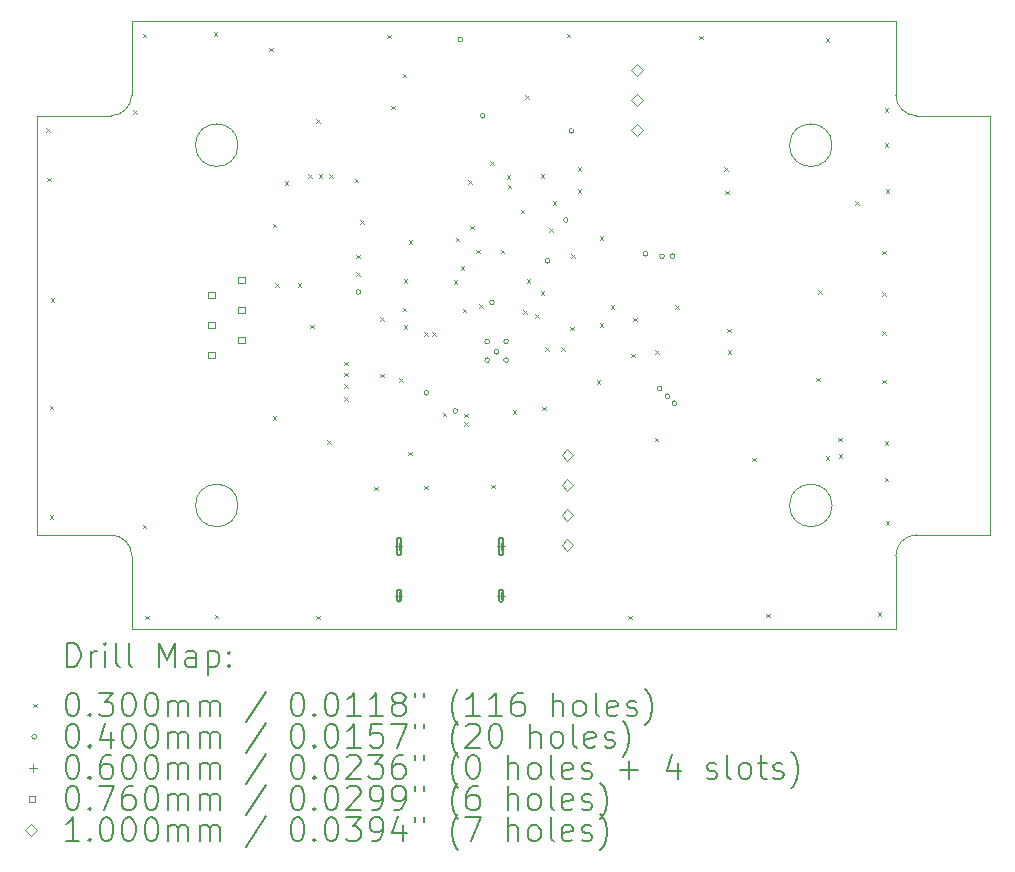
<source format=gbr>
%FSLAX45Y45*%
G04 Gerber Fmt 4.5, Leading zero omitted, Abs format (unit mm)*
G04 Created by KiCad (PCBNEW 5.99.0-unknown-4e273827f0~131~ubuntu20.04.1) date 2021-08-17 12:47:08*
%MOMM*%
%LPD*%
G01*
G04 APERTURE LIST*
%TA.AperFunction,Profile*%
%ADD10C,0.100000*%
%TD*%
%ADD11C,0.200000*%
%ADD12C,0.030000*%
%ADD13C,0.040000*%
%ADD14C,0.060000*%
%ADD15C,0.076000*%
%ADD16C,0.100000*%
G04 APERTURE END LIST*
D10*
X9910000Y-12595000D02*
X9910000Y-13220000D01*
X4340000Y-9120000D02*
G75*
G03*
X4340000Y-9120000I-180000J0D01*
G01*
X4340000Y-12170000D02*
G75*
G03*
X4340000Y-12170000I-180000J0D01*
G01*
X3265000Y-12420000D02*
G75*
G02*
X3440000Y-12595000I0J-175000D01*
G01*
X9910000Y-13220000D02*
X3440000Y-13220000D01*
X10710000Y-8870000D02*
X10710000Y-12420000D01*
X3440000Y-13220000D02*
X3440000Y-12595000D01*
X9910000Y-12595000D02*
G75*
G02*
X10085000Y-12420000I175000J0D01*
G01*
X9910000Y-8070000D02*
X9910000Y-8695000D01*
X2640000Y-8870000D02*
X3265000Y-8870000D01*
X3440000Y-8695000D02*
X3440000Y-8070000D01*
X10085000Y-8870000D02*
G75*
G02*
X9910000Y-8695000I0J175000D01*
G01*
X3440000Y-8070000D02*
X9910000Y-8070000D01*
X3440000Y-8695000D02*
G75*
G02*
X3265000Y-8870000I-175000J0D01*
G01*
X9370000Y-9120000D02*
G75*
G03*
X9370000Y-9120000I-180000J0D01*
G01*
X10085000Y-8870000D02*
X10710000Y-8870000D01*
X10710000Y-12420000D02*
X10085000Y-12420000D01*
X2640000Y-12420000D02*
X2640000Y-8870000D01*
X3265000Y-12420000D02*
X2640000Y-12420000D01*
X9370000Y-12170000D02*
G75*
G03*
X9370000Y-12170000I-180000J0D01*
G01*
D11*
D12*
X2715000Y-8975000D02*
X2745000Y-9005000D01*
X2745000Y-8975000D02*
X2715000Y-9005000D01*
X2725000Y-9395000D02*
X2755000Y-9425000D01*
X2755000Y-9395000D02*
X2725000Y-9425000D01*
X2745000Y-11325000D02*
X2775000Y-11355000D01*
X2775000Y-11325000D02*
X2745000Y-11355000D01*
X2745000Y-12255000D02*
X2775000Y-12285000D01*
X2775000Y-12255000D02*
X2745000Y-12285000D01*
X2755000Y-10415000D02*
X2785000Y-10445000D01*
X2785000Y-10415000D02*
X2755000Y-10445000D01*
X3455000Y-8825000D02*
X3485000Y-8855000D01*
X3485000Y-8825000D02*
X3455000Y-8855000D01*
X3535000Y-8175000D02*
X3565000Y-8205000D01*
X3565000Y-8175000D02*
X3535000Y-8205000D01*
X3535000Y-12335000D02*
X3565000Y-12365000D01*
X3565000Y-12335000D02*
X3535000Y-12365000D01*
X3555000Y-13105000D02*
X3585000Y-13135000D01*
X3585000Y-13105000D02*
X3555000Y-13135000D01*
X4135000Y-8165000D02*
X4165000Y-8195000D01*
X4165000Y-8165000D02*
X4135000Y-8195000D01*
X4145000Y-13095000D02*
X4175000Y-13125000D01*
X4175000Y-13095000D02*
X4145000Y-13125000D01*
X4605000Y-8295000D02*
X4635000Y-8325000D01*
X4635000Y-8295000D02*
X4605000Y-8325000D01*
X4633200Y-11412460D02*
X4663200Y-11442460D01*
X4663200Y-11412460D02*
X4633200Y-11442460D01*
X4635000Y-9785000D02*
X4665000Y-9815000D01*
X4665000Y-9785000D02*
X4635000Y-9815000D01*
X4656060Y-10289780D02*
X4686060Y-10319780D01*
X4686060Y-10289780D02*
X4656060Y-10319780D01*
X4735000Y-9425000D02*
X4765000Y-9455000D01*
X4765000Y-9425000D02*
X4735000Y-9455000D01*
X4846560Y-10289780D02*
X4876560Y-10319780D01*
X4876560Y-10289780D02*
X4846560Y-10319780D01*
X4935000Y-9365000D02*
X4965000Y-9395000D01*
X4965000Y-9365000D02*
X4935000Y-9395000D01*
X4950700Y-10640300D02*
X4980700Y-10670300D01*
X4980700Y-10640300D02*
X4950700Y-10670300D01*
X5004040Y-8900400D02*
X5034040Y-8930400D01*
X5034040Y-8900400D02*
X5004040Y-8930400D01*
X5005000Y-13105000D02*
X5035000Y-13135000D01*
X5035000Y-13105000D02*
X5005000Y-13135000D01*
X5025000Y-9365000D02*
X5055000Y-9395000D01*
X5055000Y-9365000D02*
X5025000Y-9395000D01*
X5098020Y-11615660D02*
X5128020Y-11645660D01*
X5128020Y-11615660D02*
X5098020Y-11645660D01*
X5115000Y-9365000D02*
X5145000Y-9395000D01*
X5145000Y-9365000D02*
X5115000Y-9395000D01*
X5240260Y-10952720D02*
X5270260Y-10982720D01*
X5270260Y-10952720D02*
X5240260Y-10982720D01*
X5240260Y-11046700D02*
X5270260Y-11076700D01*
X5270260Y-11046700D02*
X5240260Y-11076700D01*
X5240260Y-11145760D02*
X5270260Y-11175760D01*
X5270260Y-11145760D02*
X5240260Y-11175760D01*
X5240260Y-11254980D02*
X5270260Y-11284980D01*
X5270260Y-11254980D02*
X5240260Y-11284980D01*
X5329160Y-9403320D02*
X5359160Y-9433320D01*
X5359160Y-9403320D02*
X5329160Y-9433320D01*
X5339320Y-10193260D02*
X5369320Y-10223260D01*
X5369320Y-10193260D02*
X5339320Y-10223260D01*
X5341860Y-10045940D02*
X5371860Y-10075940D01*
X5371860Y-10045940D02*
X5341860Y-10075940D01*
X5375000Y-9755000D02*
X5405000Y-9785000D01*
X5405000Y-9755000D02*
X5375000Y-9785000D01*
X5491720Y-12011900D02*
X5521720Y-12041900D01*
X5521720Y-12011900D02*
X5491720Y-12041900D01*
X5545000Y-10575000D02*
X5575000Y-10605000D01*
X5575000Y-10575000D02*
X5545000Y-10605000D01*
X5545000Y-11055000D02*
X5575000Y-11085000D01*
X5575000Y-11055000D02*
X5545000Y-11085000D01*
X5605000Y-8185000D02*
X5635000Y-8215000D01*
X5635000Y-8185000D02*
X5605000Y-8215000D01*
X5639040Y-8786100D02*
X5669040Y-8816100D01*
X5669040Y-8786100D02*
X5639040Y-8816100D01*
X5705000Y-11095000D02*
X5735000Y-11125000D01*
X5735000Y-11095000D02*
X5705000Y-11125000D01*
X5735000Y-8515000D02*
X5765000Y-8545000D01*
X5765000Y-8515000D02*
X5735000Y-8545000D01*
X5735000Y-10495000D02*
X5765000Y-10525000D01*
X5765000Y-10495000D02*
X5735000Y-10525000D01*
X5745000Y-10255000D02*
X5775000Y-10285000D01*
X5775000Y-10255000D02*
X5745000Y-10285000D01*
X5745000Y-10645000D02*
X5775000Y-10675000D01*
X5775000Y-10645000D02*
X5745000Y-10675000D01*
X5781280Y-11714720D02*
X5811280Y-11744720D01*
X5811280Y-11714720D02*
X5781280Y-11744720D01*
X5785000Y-9925000D02*
X5815000Y-9955000D01*
X5815000Y-9925000D02*
X5785000Y-9955000D01*
X5915000Y-10705000D02*
X5945000Y-10735000D01*
X5945000Y-10705000D02*
X5915000Y-10735000D01*
X5915000Y-12005000D02*
X5945000Y-12035000D01*
X5945000Y-12005000D02*
X5915000Y-12035000D01*
X5985000Y-10705000D02*
X6015000Y-10735000D01*
X6015000Y-10705000D02*
X5985000Y-10735000D01*
X6075000Y-11385000D02*
X6105000Y-11415000D01*
X6105000Y-11385000D02*
X6075000Y-11415000D01*
X6165000Y-10265000D02*
X6195000Y-10295000D01*
X6195000Y-10265000D02*
X6165000Y-10295000D01*
X6185000Y-9905000D02*
X6215000Y-9935000D01*
X6215000Y-9905000D02*
X6185000Y-9935000D01*
X6225000Y-10145000D02*
X6255000Y-10175000D01*
X6255000Y-10145000D02*
X6225000Y-10175000D01*
X6245000Y-10505000D02*
X6275000Y-10535000D01*
X6275000Y-10505000D02*
X6245000Y-10535000D01*
X6255000Y-11395000D02*
X6285000Y-11425000D01*
X6285000Y-11395000D02*
X6255000Y-11425000D01*
X6255000Y-11465000D02*
X6285000Y-11495000D01*
X6285000Y-11465000D02*
X6255000Y-11495000D01*
X6289280Y-9418560D02*
X6319280Y-9448560D01*
X6319280Y-9418560D02*
X6289280Y-9448560D01*
X6307060Y-9802100D02*
X6337060Y-9832100D01*
X6337060Y-9802100D02*
X6307060Y-9832100D01*
X6355320Y-10005300D02*
X6385320Y-10035300D01*
X6385320Y-10005300D02*
X6355320Y-10035300D01*
X6385000Y-10465000D02*
X6415000Y-10495000D01*
X6415000Y-10465000D02*
X6385000Y-10495000D01*
X6475000Y-9255000D02*
X6505000Y-9285000D01*
X6505000Y-9255000D02*
X6475000Y-9285000D01*
X6485000Y-11995000D02*
X6515000Y-12025000D01*
X6515000Y-11995000D02*
X6485000Y-12025000D01*
X6565000Y-10005000D02*
X6595000Y-10035000D01*
X6595000Y-10005000D02*
X6565000Y-10035000D01*
X6615000Y-9375000D02*
X6645000Y-9405000D01*
X6645000Y-9375000D02*
X6615000Y-9405000D01*
X6625000Y-9455000D02*
X6655000Y-9485000D01*
X6655000Y-9455000D02*
X6625000Y-9485000D01*
X6665000Y-11365000D02*
X6695000Y-11395000D01*
X6695000Y-11365000D02*
X6665000Y-11395000D01*
X6734574Y-9665000D02*
X6764574Y-9695000D01*
X6764574Y-9665000D02*
X6734574Y-9695000D01*
X6755000Y-10515000D02*
X6785000Y-10545000D01*
X6785000Y-10515000D02*
X6755000Y-10545000D01*
X6771880Y-8697200D02*
X6801880Y-8727200D01*
X6801880Y-8697200D02*
X6771880Y-8727200D01*
X6785000Y-10255000D02*
X6815000Y-10285000D01*
X6815000Y-10255000D02*
X6785000Y-10285000D01*
X6855700Y-10548860D02*
X6885700Y-10578860D01*
X6885700Y-10548860D02*
X6855700Y-10578860D01*
X6905000Y-9365000D02*
X6935000Y-9395000D01*
X6935000Y-9365000D02*
X6905000Y-9395000D01*
X6905000Y-10355000D02*
X6935000Y-10385000D01*
X6935000Y-10355000D02*
X6905000Y-10385000D01*
X6915000Y-11335000D02*
X6945000Y-11365000D01*
X6945000Y-11335000D02*
X6915000Y-11365000D01*
X6942060Y-10828260D02*
X6972060Y-10858260D01*
X6972060Y-10828260D02*
X6942060Y-10858260D01*
X6975000Y-9825000D02*
X7005000Y-9855000D01*
X7005000Y-9825000D02*
X6975000Y-9855000D01*
X7005560Y-9593820D02*
X7035560Y-9623820D01*
X7035560Y-9593820D02*
X7005560Y-9623820D01*
X7076680Y-10828260D02*
X7106680Y-10858260D01*
X7106680Y-10828260D02*
X7076680Y-10858260D01*
X7125000Y-8175000D02*
X7155000Y-8205000D01*
X7155000Y-8175000D02*
X7125000Y-8205000D01*
X7152880Y-10658080D02*
X7182880Y-10688080D01*
X7182880Y-10658080D02*
X7152880Y-10688080D01*
X7160500Y-10043400D02*
X7190500Y-10073400D01*
X7190500Y-10043400D02*
X7160500Y-10073400D01*
X7215000Y-9305000D02*
X7245000Y-9335000D01*
X7245000Y-9305000D02*
X7215000Y-9335000D01*
X7215000Y-9495000D02*
X7245000Y-9525000D01*
X7245000Y-9495000D02*
X7215000Y-9525000D01*
X7378940Y-11110200D02*
X7408940Y-11140200D01*
X7408940Y-11110200D02*
X7378940Y-11140200D01*
X7401800Y-9891000D02*
X7431800Y-9921000D01*
X7431800Y-9891000D02*
X7401800Y-9921000D01*
X7401800Y-10627600D02*
X7431800Y-10657600D01*
X7431800Y-10627600D02*
X7401800Y-10657600D01*
X7495000Y-10475000D02*
X7525000Y-10505000D01*
X7525000Y-10475000D02*
X7495000Y-10505000D01*
X7645000Y-13105000D02*
X7675000Y-13135000D01*
X7675000Y-13105000D02*
X7645000Y-13135000D01*
X7668500Y-10886680D02*
X7698500Y-10916680D01*
X7698500Y-10886680D02*
X7668500Y-10916680D01*
X7688820Y-10581880D02*
X7718820Y-10611880D01*
X7718820Y-10581880D02*
X7688820Y-10611880D01*
X7869160Y-11595340D02*
X7899160Y-11625340D01*
X7899160Y-11595340D02*
X7869160Y-11625340D01*
X7875000Y-10855000D02*
X7905000Y-10885000D01*
X7905000Y-10855000D02*
X7875000Y-10885000D01*
X8041880Y-10472660D02*
X8071880Y-10502660D01*
X8071880Y-10472660D02*
X8041880Y-10502660D01*
X8245000Y-8195000D02*
X8275000Y-8225000D01*
X8275000Y-8195000D02*
X8245000Y-8225000D01*
X8455000Y-9305000D02*
X8485000Y-9335000D01*
X8485000Y-9305000D02*
X8455000Y-9335000D01*
X8465000Y-9505000D02*
X8495000Y-9535000D01*
X8495000Y-9505000D02*
X8465000Y-9535000D01*
X8483840Y-10673320D02*
X8513840Y-10703320D01*
X8513840Y-10673320D02*
X8483840Y-10703320D01*
X8485000Y-10855000D02*
X8515000Y-10885000D01*
X8515000Y-10855000D02*
X8485000Y-10885000D01*
X8695000Y-11765000D02*
X8725000Y-11795000D01*
X8725000Y-11765000D02*
X8695000Y-11795000D01*
X8815000Y-13085000D02*
X8845000Y-13115000D01*
X8845000Y-13085000D02*
X8815000Y-13115000D01*
X9235680Y-11089880D02*
X9265680Y-11119880D01*
X9265680Y-11089880D02*
X9235680Y-11119880D01*
X9250920Y-10348200D02*
X9280920Y-10378200D01*
X9280920Y-10348200D02*
X9250920Y-10378200D01*
X9315000Y-8215000D02*
X9345000Y-8245000D01*
X9345000Y-8215000D02*
X9315000Y-8245000D01*
X9316960Y-11752820D02*
X9346960Y-11782820D01*
X9346960Y-11752820D02*
X9316960Y-11782820D01*
X9423640Y-11595340D02*
X9453640Y-11625340D01*
X9453640Y-11595340D02*
X9423640Y-11625340D01*
X9425000Y-11735000D02*
X9455000Y-11765000D01*
X9455000Y-11735000D02*
X9425000Y-11765000D01*
X9565000Y-9595000D02*
X9595000Y-9625000D01*
X9595000Y-9595000D02*
X9565000Y-9625000D01*
X9755000Y-13075000D02*
X9785000Y-13105000D01*
X9785000Y-13075000D02*
X9755000Y-13105000D01*
X9795000Y-10015000D02*
X9825000Y-10045000D01*
X9825000Y-10015000D02*
X9795000Y-10045000D01*
X9795000Y-10365000D02*
X9825000Y-10395000D01*
X9825000Y-10365000D02*
X9795000Y-10395000D01*
X9795000Y-10695000D02*
X9825000Y-10725000D01*
X9825000Y-10695000D02*
X9795000Y-10725000D01*
X9795000Y-11105000D02*
X9825000Y-11135000D01*
X9825000Y-11105000D02*
X9795000Y-11135000D01*
X9815000Y-8805000D02*
X9845000Y-8835000D01*
X9845000Y-8805000D02*
X9815000Y-8835000D01*
X9815000Y-9105000D02*
X9845000Y-9135000D01*
X9845000Y-9105000D02*
X9815000Y-9135000D01*
X9815000Y-11625000D02*
X9845000Y-11655000D01*
X9845000Y-11625000D02*
X9815000Y-11655000D01*
X9815000Y-11935000D02*
X9845000Y-11965000D01*
X9845000Y-11935000D02*
X9815000Y-11965000D01*
X9825000Y-9495000D02*
X9855000Y-9525000D01*
X9855000Y-9495000D02*
X9825000Y-9525000D01*
X9825000Y-12305000D02*
X9855000Y-12335000D01*
X9855000Y-12305000D02*
X9825000Y-12335000D01*
D13*
X5379400Y-10363200D02*
G75*
G03*
X5379400Y-10363200I-20000J0D01*
G01*
X5955000Y-11216005D02*
G75*
G03*
X5955000Y-11216005I-20000J0D01*
G01*
X6200000Y-11370000D02*
G75*
G03*
X6200000Y-11370000I-20000J0D01*
G01*
X6243000Y-8224520D02*
G75*
G03*
X6243000Y-8224520I-20000J0D01*
G01*
X6430800Y-8869800D02*
G75*
G03*
X6430800Y-8869800I-20000J0D01*
G01*
X6470000Y-10780000D02*
G75*
G03*
X6470000Y-10780000I-20000J0D01*
G01*
X6470000Y-10940000D02*
G75*
G03*
X6470000Y-10940000I-20000J0D01*
G01*
X6510000Y-10450000D02*
G75*
G03*
X6510000Y-10450000I-20000J0D01*
G01*
X6550000Y-10870000D02*
G75*
G03*
X6550000Y-10870000I-20000J0D01*
G01*
X6630000Y-10780000D02*
G75*
G03*
X6630000Y-10780000I-20000J0D01*
G01*
X6630000Y-10940000D02*
G75*
G03*
X6630000Y-10940000I-20000J0D01*
G01*
X6980000Y-10100000D02*
G75*
G03*
X6980000Y-10100000I-20000J0D01*
G01*
X7135640Y-9752500D02*
G75*
G03*
X7135640Y-9752500I-20000J0D01*
G01*
X7182800Y-8999220D02*
G75*
G03*
X7182800Y-8999220I-20000J0D01*
G01*
X7810000Y-10040000D02*
G75*
G03*
X7810000Y-10040000I-20000J0D01*
G01*
X7930000Y-11180000D02*
G75*
G03*
X7930000Y-11180000I-20000J0D01*
G01*
X7950000Y-10060000D02*
G75*
G03*
X7950000Y-10060000I-20000J0D01*
G01*
X7995000Y-11245000D02*
G75*
G03*
X7995000Y-11245000I-20000J0D01*
G01*
X8040000Y-10060000D02*
G75*
G03*
X8040000Y-10060000I-20000J0D01*
G01*
X8055000Y-11305000D02*
G75*
G03*
X8055000Y-11305000I-20000J0D01*
G01*
D14*
X5703000Y-12487000D02*
X5703000Y-12547000D01*
X5673000Y-12517000D02*
X5733000Y-12517000D01*
D11*
X5683000Y-12462000D02*
X5683000Y-12572000D01*
X5723000Y-12462000D02*
X5723000Y-12572000D01*
X5683000Y-12572000D02*
G75*
G03*
X5723000Y-12572000I20000J0D01*
G01*
X5723000Y-12462000D02*
G75*
G03*
X5683000Y-12462000I-20000J0D01*
G01*
D14*
X5703000Y-12905000D02*
X5703000Y-12965000D01*
X5673000Y-12935000D02*
X5733000Y-12935000D01*
D11*
X5683000Y-12905000D02*
X5683000Y-12965000D01*
X5723000Y-12905000D02*
X5723000Y-12965000D01*
X5683000Y-12965000D02*
G75*
G03*
X5723000Y-12965000I20000J0D01*
G01*
X5723000Y-12905000D02*
G75*
G03*
X5683000Y-12905000I-20000J0D01*
G01*
D14*
X6567000Y-12487000D02*
X6567000Y-12547000D01*
X6537000Y-12517000D02*
X6597000Y-12517000D01*
D11*
X6547000Y-12462000D02*
X6547000Y-12572000D01*
X6587000Y-12462000D02*
X6587000Y-12572000D01*
X6547000Y-12572000D02*
G75*
G03*
X6587000Y-12572000I20000J0D01*
G01*
X6587000Y-12462000D02*
G75*
G03*
X6547000Y-12462000I-20000J0D01*
G01*
D14*
X6567000Y-12905000D02*
X6567000Y-12965000D01*
X6537000Y-12935000D02*
X6597000Y-12935000D01*
D11*
X6547000Y-12905000D02*
X6547000Y-12965000D01*
X6587000Y-12905000D02*
X6587000Y-12965000D01*
X6547000Y-12965000D02*
G75*
G03*
X6587000Y-12965000I20000J0D01*
G01*
X6587000Y-12905000D02*
G75*
G03*
X6547000Y-12905000I-20000J0D01*
G01*
D15*
X4142870Y-10413870D02*
X4142870Y-10360130D01*
X4089130Y-10360130D01*
X4089130Y-10413870D01*
X4142870Y-10413870D01*
X4142870Y-10667870D02*
X4142870Y-10614130D01*
X4089130Y-10614130D01*
X4089130Y-10667870D01*
X4142870Y-10667870D01*
X4142870Y-10921870D02*
X4142870Y-10868130D01*
X4089130Y-10868130D01*
X4089130Y-10921870D01*
X4142870Y-10921870D01*
X4396870Y-10286870D02*
X4396870Y-10233130D01*
X4343130Y-10233130D01*
X4343130Y-10286870D01*
X4396870Y-10286870D01*
X4396870Y-10540870D02*
X4396870Y-10487130D01*
X4343130Y-10487130D01*
X4343130Y-10540870D01*
X4396870Y-10540870D01*
X4396870Y-10794870D02*
X4396870Y-10741130D01*
X4343130Y-10741130D01*
X4343130Y-10794870D01*
X4396870Y-10794870D01*
D16*
X7130000Y-11790000D02*
X7180000Y-11740000D01*
X7130000Y-11690000D01*
X7080000Y-11740000D01*
X7130000Y-11790000D01*
X7130000Y-12044000D02*
X7180000Y-11994000D01*
X7130000Y-11944000D01*
X7080000Y-11994000D01*
X7130000Y-12044000D01*
X7130000Y-12298000D02*
X7180000Y-12248000D01*
X7130000Y-12198000D01*
X7080000Y-12248000D01*
X7130000Y-12298000D01*
X7130000Y-12552000D02*
X7180000Y-12502000D01*
X7130000Y-12452000D01*
X7080000Y-12502000D01*
X7130000Y-12552000D01*
X7721600Y-8533600D02*
X7771600Y-8483600D01*
X7721600Y-8433600D01*
X7671600Y-8483600D01*
X7721600Y-8533600D01*
X7721600Y-8787600D02*
X7771600Y-8737600D01*
X7721600Y-8687600D01*
X7671600Y-8737600D01*
X7721600Y-8787600D01*
X7721600Y-9041600D02*
X7771600Y-8991600D01*
X7721600Y-8941600D01*
X7671600Y-8991600D01*
X7721600Y-9041600D01*
D11*
X2892619Y-13535476D02*
X2892619Y-13335476D01*
X2940238Y-13335476D01*
X2968809Y-13345000D01*
X2987857Y-13364048D01*
X2997381Y-13383095D01*
X3006905Y-13421190D01*
X3006905Y-13449762D01*
X2997381Y-13487857D01*
X2987857Y-13506905D01*
X2968809Y-13525952D01*
X2940238Y-13535476D01*
X2892619Y-13535476D01*
X3092619Y-13535476D02*
X3092619Y-13402143D01*
X3092619Y-13440238D02*
X3102143Y-13421190D01*
X3111667Y-13411667D01*
X3130714Y-13402143D01*
X3149762Y-13402143D01*
X3216428Y-13535476D02*
X3216428Y-13402143D01*
X3216428Y-13335476D02*
X3206905Y-13345000D01*
X3216428Y-13354524D01*
X3225952Y-13345000D01*
X3216428Y-13335476D01*
X3216428Y-13354524D01*
X3340238Y-13535476D02*
X3321190Y-13525952D01*
X3311667Y-13506905D01*
X3311667Y-13335476D01*
X3445000Y-13535476D02*
X3425952Y-13525952D01*
X3416428Y-13506905D01*
X3416428Y-13335476D01*
X3673571Y-13535476D02*
X3673571Y-13335476D01*
X3740238Y-13478333D01*
X3806905Y-13335476D01*
X3806905Y-13535476D01*
X3987857Y-13535476D02*
X3987857Y-13430714D01*
X3978333Y-13411667D01*
X3959286Y-13402143D01*
X3921190Y-13402143D01*
X3902143Y-13411667D01*
X3987857Y-13525952D02*
X3968809Y-13535476D01*
X3921190Y-13535476D01*
X3902143Y-13525952D01*
X3892619Y-13506905D01*
X3892619Y-13487857D01*
X3902143Y-13468809D01*
X3921190Y-13459286D01*
X3968809Y-13459286D01*
X3987857Y-13449762D01*
X4083095Y-13402143D02*
X4083095Y-13602143D01*
X4083095Y-13411667D02*
X4102143Y-13402143D01*
X4140238Y-13402143D01*
X4159286Y-13411667D01*
X4168809Y-13421190D01*
X4178333Y-13440238D01*
X4178333Y-13497381D01*
X4168809Y-13516428D01*
X4159286Y-13525952D01*
X4140238Y-13535476D01*
X4102143Y-13535476D01*
X4083095Y-13525952D01*
X4264048Y-13516428D02*
X4273571Y-13525952D01*
X4264048Y-13535476D01*
X4254524Y-13525952D01*
X4264048Y-13516428D01*
X4264048Y-13535476D01*
X4264048Y-13411667D02*
X4273571Y-13421190D01*
X4264048Y-13430714D01*
X4254524Y-13421190D01*
X4264048Y-13411667D01*
X4264048Y-13430714D01*
D12*
X2605000Y-13850000D02*
X2635000Y-13880000D01*
X2635000Y-13850000D02*
X2605000Y-13880000D01*
D11*
X2930714Y-13755476D02*
X2949762Y-13755476D01*
X2968809Y-13765000D01*
X2978333Y-13774524D01*
X2987857Y-13793571D01*
X2997381Y-13831667D01*
X2997381Y-13879286D01*
X2987857Y-13917381D01*
X2978333Y-13936428D01*
X2968809Y-13945952D01*
X2949762Y-13955476D01*
X2930714Y-13955476D01*
X2911667Y-13945952D01*
X2902143Y-13936428D01*
X2892619Y-13917381D01*
X2883095Y-13879286D01*
X2883095Y-13831667D01*
X2892619Y-13793571D01*
X2902143Y-13774524D01*
X2911667Y-13765000D01*
X2930714Y-13755476D01*
X3083095Y-13936428D02*
X3092619Y-13945952D01*
X3083095Y-13955476D01*
X3073571Y-13945952D01*
X3083095Y-13936428D01*
X3083095Y-13955476D01*
X3159286Y-13755476D02*
X3283095Y-13755476D01*
X3216428Y-13831667D01*
X3245000Y-13831667D01*
X3264048Y-13841190D01*
X3273571Y-13850714D01*
X3283095Y-13869762D01*
X3283095Y-13917381D01*
X3273571Y-13936428D01*
X3264048Y-13945952D01*
X3245000Y-13955476D01*
X3187857Y-13955476D01*
X3168809Y-13945952D01*
X3159286Y-13936428D01*
X3406905Y-13755476D02*
X3425952Y-13755476D01*
X3445000Y-13765000D01*
X3454524Y-13774524D01*
X3464048Y-13793571D01*
X3473571Y-13831667D01*
X3473571Y-13879286D01*
X3464048Y-13917381D01*
X3454524Y-13936428D01*
X3445000Y-13945952D01*
X3425952Y-13955476D01*
X3406905Y-13955476D01*
X3387857Y-13945952D01*
X3378333Y-13936428D01*
X3368809Y-13917381D01*
X3359286Y-13879286D01*
X3359286Y-13831667D01*
X3368809Y-13793571D01*
X3378333Y-13774524D01*
X3387857Y-13765000D01*
X3406905Y-13755476D01*
X3597381Y-13755476D02*
X3616428Y-13755476D01*
X3635476Y-13765000D01*
X3645000Y-13774524D01*
X3654524Y-13793571D01*
X3664048Y-13831667D01*
X3664048Y-13879286D01*
X3654524Y-13917381D01*
X3645000Y-13936428D01*
X3635476Y-13945952D01*
X3616428Y-13955476D01*
X3597381Y-13955476D01*
X3578333Y-13945952D01*
X3568809Y-13936428D01*
X3559286Y-13917381D01*
X3549762Y-13879286D01*
X3549762Y-13831667D01*
X3559286Y-13793571D01*
X3568809Y-13774524D01*
X3578333Y-13765000D01*
X3597381Y-13755476D01*
X3749762Y-13955476D02*
X3749762Y-13822143D01*
X3749762Y-13841190D02*
X3759286Y-13831667D01*
X3778333Y-13822143D01*
X3806905Y-13822143D01*
X3825952Y-13831667D01*
X3835476Y-13850714D01*
X3835476Y-13955476D01*
X3835476Y-13850714D02*
X3845000Y-13831667D01*
X3864048Y-13822143D01*
X3892619Y-13822143D01*
X3911667Y-13831667D01*
X3921190Y-13850714D01*
X3921190Y-13955476D01*
X4016428Y-13955476D02*
X4016428Y-13822143D01*
X4016428Y-13841190D02*
X4025952Y-13831667D01*
X4045000Y-13822143D01*
X4073571Y-13822143D01*
X4092619Y-13831667D01*
X4102143Y-13850714D01*
X4102143Y-13955476D01*
X4102143Y-13850714D02*
X4111667Y-13831667D01*
X4130714Y-13822143D01*
X4159286Y-13822143D01*
X4178333Y-13831667D01*
X4187857Y-13850714D01*
X4187857Y-13955476D01*
X4578333Y-13745952D02*
X4406905Y-14003095D01*
X4835476Y-13755476D02*
X4854524Y-13755476D01*
X4873571Y-13765000D01*
X4883095Y-13774524D01*
X4892619Y-13793571D01*
X4902143Y-13831667D01*
X4902143Y-13879286D01*
X4892619Y-13917381D01*
X4883095Y-13936428D01*
X4873571Y-13945952D01*
X4854524Y-13955476D01*
X4835476Y-13955476D01*
X4816429Y-13945952D01*
X4806905Y-13936428D01*
X4797381Y-13917381D01*
X4787857Y-13879286D01*
X4787857Y-13831667D01*
X4797381Y-13793571D01*
X4806905Y-13774524D01*
X4816429Y-13765000D01*
X4835476Y-13755476D01*
X4987857Y-13936428D02*
X4997381Y-13945952D01*
X4987857Y-13955476D01*
X4978333Y-13945952D01*
X4987857Y-13936428D01*
X4987857Y-13955476D01*
X5121190Y-13755476D02*
X5140238Y-13755476D01*
X5159286Y-13765000D01*
X5168810Y-13774524D01*
X5178333Y-13793571D01*
X5187857Y-13831667D01*
X5187857Y-13879286D01*
X5178333Y-13917381D01*
X5168810Y-13936428D01*
X5159286Y-13945952D01*
X5140238Y-13955476D01*
X5121190Y-13955476D01*
X5102143Y-13945952D01*
X5092619Y-13936428D01*
X5083095Y-13917381D01*
X5073571Y-13879286D01*
X5073571Y-13831667D01*
X5083095Y-13793571D01*
X5092619Y-13774524D01*
X5102143Y-13765000D01*
X5121190Y-13755476D01*
X5378333Y-13955476D02*
X5264048Y-13955476D01*
X5321190Y-13955476D02*
X5321190Y-13755476D01*
X5302143Y-13784048D01*
X5283095Y-13803095D01*
X5264048Y-13812619D01*
X5568810Y-13955476D02*
X5454524Y-13955476D01*
X5511667Y-13955476D02*
X5511667Y-13755476D01*
X5492619Y-13784048D01*
X5473571Y-13803095D01*
X5454524Y-13812619D01*
X5683095Y-13841190D02*
X5664048Y-13831667D01*
X5654524Y-13822143D01*
X5645000Y-13803095D01*
X5645000Y-13793571D01*
X5654524Y-13774524D01*
X5664048Y-13765000D01*
X5683095Y-13755476D01*
X5721190Y-13755476D01*
X5740238Y-13765000D01*
X5749762Y-13774524D01*
X5759286Y-13793571D01*
X5759286Y-13803095D01*
X5749762Y-13822143D01*
X5740238Y-13831667D01*
X5721190Y-13841190D01*
X5683095Y-13841190D01*
X5664048Y-13850714D01*
X5654524Y-13860238D01*
X5645000Y-13879286D01*
X5645000Y-13917381D01*
X5654524Y-13936428D01*
X5664048Y-13945952D01*
X5683095Y-13955476D01*
X5721190Y-13955476D01*
X5740238Y-13945952D01*
X5749762Y-13936428D01*
X5759286Y-13917381D01*
X5759286Y-13879286D01*
X5749762Y-13860238D01*
X5740238Y-13850714D01*
X5721190Y-13841190D01*
X5835476Y-13755476D02*
X5835476Y-13793571D01*
X5911667Y-13755476D02*
X5911667Y-13793571D01*
X6206905Y-14031667D02*
X6197381Y-14022143D01*
X6178333Y-13993571D01*
X6168809Y-13974524D01*
X6159286Y-13945952D01*
X6149762Y-13898333D01*
X6149762Y-13860238D01*
X6159286Y-13812619D01*
X6168809Y-13784048D01*
X6178333Y-13765000D01*
X6197381Y-13736428D01*
X6206905Y-13726905D01*
X6387857Y-13955476D02*
X6273571Y-13955476D01*
X6330714Y-13955476D02*
X6330714Y-13755476D01*
X6311667Y-13784048D01*
X6292619Y-13803095D01*
X6273571Y-13812619D01*
X6578333Y-13955476D02*
X6464048Y-13955476D01*
X6521190Y-13955476D02*
X6521190Y-13755476D01*
X6502143Y-13784048D01*
X6483095Y-13803095D01*
X6464048Y-13812619D01*
X6749762Y-13755476D02*
X6711667Y-13755476D01*
X6692619Y-13765000D01*
X6683095Y-13774524D01*
X6664048Y-13803095D01*
X6654524Y-13841190D01*
X6654524Y-13917381D01*
X6664048Y-13936428D01*
X6673571Y-13945952D01*
X6692619Y-13955476D01*
X6730714Y-13955476D01*
X6749762Y-13945952D01*
X6759286Y-13936428D01*
X6768809Y-13917381D01*
X6768809Y-13869762D01*
X6759286Y-13850714D01*
X6749762Y-13841190D01*
X6730714Y-13831667D01*
X6692619Y-13831667D01*
X6673571Y-13841190D01*
X6664048Y-13850714D01*
X6654524Y-13869762D01*
X7006905Y-13955476D02*
X7006905Y-13755476D01*
X7092619Y-13955476D02*
X7092619Y-13850714D01*
X7083095Y-13831667D01*
X7064048Y-13822143D01*
X7035476Y-13822143D01*
X7016428Y-13831667D01*
X7006905Y-13841190D01*
X7216428Y-13955476D02*
X7197381Y-13945952D01*
X7187857Y-13936428D01*
X7178333Y-13917381D01*
X7178333Y-13860238D01*
X7187857Y-13841190D01*
X7197381Y-13831667D01*
X7216428Y-13822143D01*
X7245000Y-13822143D01*
X7264048Y-13831667D01*
X7273571Y-13841190D01*
X7283095Y-13860238D01*
X7283095Y-13917381D01*
X7273571Y-13936428D01*
X7264048Y-13945952D01*
X7245000Y-13955476D01*
X7216428Y-13955476D01*
X7397381Y-13955476D02*
X7378333Y-13945952D01*
X7368809Y-13926905D01*
X7368809Y-13755476D01*
X7549762Y-13945952D02*
X7530714Y-13955476D01*
X7492619Y-13955476D01*
X7473571Y-13945952D01*
X7464048Y-13926905D01*
X7464048Y-13850714D01*
X7473571Y-13831667D01*
X7492619Y-13822143D01*
X7530714Y-13822143D01*
X7549762Y-13831667D01*
X7559286Y-13850714D01*
X7559286Y-13869762D01*
X7464048Y-13888809D01*
X7635476Y-13945952D02*
X7654524Y-13955476D01*
X7692619Y-13955476D01*
X7711667Y-13945952D01*
X7721190Y-13926905D01*
X7721190Y-13917381D01*
X7711667Y-13898333D01*
X7692619Y-13888809D01*
X7664048Y-13888809D01*
X7645000Y-13879286D01*
X7635476Y-13860238D01*
X7635476Y-13850714D01*
X7645000Y-13831667D01*
X7664048Y-13822143D01*
X7692619Y-13822143D01*
X7711667Y-13831667D01*
X7787857Y-14031667D02*
X7797381Y-14022143D01*
X7816428Y-13993571D01*
X7825952Y-13974524D01*
X7835476Y-13945952D01*
X7845000Y-13898333D01*
X7845000Y-13860238D01*
X7835476Y-13812619D01*
X7825952Y-13784048D01*
X7816428Y-13765000D01*
X7797381Y-13736428D01*
X7787857Y-13726905D01*
D13*
X2635000Y-14129000D02*
G75*
G03*
X2635000Y-14129000I-20000J0D01*
G01*
D11*
X2930714Y-14019476D02*
X2949762Y-14019476D01*
X2968809Y-14029000D01*
X2978333Y-14038524D01*
X2987857Y-14057571D01*
X2997381Y-14095667D01*
X2997381Y-14143286D01*
X2987857Y-14181381D01*
X2978333Y-14200428D01*
X2968809Y-14209952D01*
X2949762Y-14219476D01*
X2930714Y-14219476D01*
X2911667Y-14209952D01*
X2902143Y-14200428D01*
X2892619Y-14181381D01*
X2883095Y-14143286D01*
X2883095Y-14095667D01*
X2892619Y-14057571D01*
X2902143Y-14038524D01*
X2911667Y-14029000D01*
X2930714Y-14019476D01*
X3083095Y-14200428D02*
X3092619Y-14209952D01*
X3083095Y-14219476D01*
X3073571Y-14209952D01*
X3083095Y-14200428D01*
X3083095Y-14219476D01*
X3264048Y-14086143D02*
X3264048Y-14219476D01*
X3216428Y-14009952D02*
X3168809Y-14152809D01*
X3292619Y-14152809D01*
X3406905Y-14019476D02*
X3425952Y-14019476D01*
X3445000Y-14029000D01*
X3454524Y-14038524D01*
X3464048Y-14057571D01*
X3473571Y-14095667D01*
X3473571Y-14143286D01*
X3464048Y-14181381D01*
X3454524Y-14200428D01*
X3445000Y-14209952D01*
X3425952Y-14219476D01*
X3406905Y-14219476D01*
X3387857Y-14209952D01*
X3378333Y-14200428D01*
X3368809Y-14181381D01*
X3359286Y-14143286D01*
X3359286Y-14095667D01*
X3368809Y-14057571D01*
X3378333Y-14038524D01*
X3387857Y-14029000D01*
X3406905Y-14019476D01*
X3597381Y-14019476D02*
X3616428Y-14019476D01*
X3635476Y-14029000D01*
X3645000Y-14038524D01*
X3654524Y-14057571D01*
X3664048Y-14095667D01*
X3664048Y-14143286D01*
X3654524Y-14181381D01*
X3645000Y-14200428D01*
X3635476Y-14209952D01*
X3616428Y-14219476D01*
X3597381Y-14219476D01*
X3578333Y-14209952D01*
X3568809Y-14200428D01*
X3559286Y-14181381D01*
X3549762Y-14143286D01*
X3549762Y-14095667D01*
X3559286Y-14057571D01*
X3568809Y-14038524D01*
X3578333Y-14029000D01*
X3597381Y-14019476D01*
X3749762Y-14219476D02*
X3749762Y-14086143D01*
X3749762Y-14105190D02*
X3759286Y-14095667D01*
X3778333Y-14086143D01*
X3806905Y-14086143D01*
X3825952Y-14095667D01*
X3835476Y-14114714D01*
X3835476Y-14219476D01*
X3835476Y-14114714D02*
X3845000Y-14095667D01*
X3864048Y-14086143D01*
X3892619Y-14086143D01*
X3911667Y-14095667D01*
X3921190Y-14114714D01*
X3921190Y-14219476D01*
X4016428Y-14219476D02*
X4016428Y-14086143D01*
X4016428Y-14105190D02*
X4025952Y-14095667D01*
X4045000Y-14086143D01*
X4073571Y-14086143D01*
X4092619Y-14095667D01*
X4102143Y-14114714D01*
X4102143Y-14219476D01*
X4102143Y-14114714D02*
X4111667Y-14095667D01*
X4130714Y-14086143D01*
X4159286Y-14086143D01*
X4178333Y-14095667D01*
X4187857Y-14114714D01*
X4187857Y-14219476D01*
X4578333Y-14009952D02*
X4406905Y-14267095D01*
X4835476Y-14019476D02*
X4854524Y-14019476D01*
X4873571Y-14029000D01*
X4883095Y-14038524D01*
X4892619Y-14057571D01*
X4902143Y-14095667D01*
X4902143Y-14143286D01*
X4892619Y-14181381D01*
X4883095Y-14200428D01*
X4873571Y-14209952D01*
X4854524Y-14219476D01*
X4835476Y-14219476D01*
X4816429Y-14209952D01*
X4806905Y-14200428D01*
X4797381Y-14181381D01*
X4787857Y-14143286D01*
X4787857Y-14095667D01*
X4797381Y-14057571D01*
X4806905Y-14038524D01*
X4816429Y-14029000D01*
X4835476Y-14019476D01*
X4987857Y-14200428D02*
X4997381Y-14209952D01*
X4987857Y-14219476D01*
X4978333Y-14209952D01*
X4987857Y-14200428D01*
X4987857Y-14219476D01*
X5121190Y-14019476D02*
X5140238Y-14019476D01*
X5159286Y-14029000D01*
X5168810Y-14038524D01*
X5178333Y-14057571D01*
X5187857Y-14095667D01*
X5187857Y-14143286D01*
X5178333Y-14181381D01*
X5168810Y-14200428D01*
X5159286Y-14209952D01*
X5140238Y-14219476D01*
X5121190Y-14219476D01*
X5102143Y-14209952D01*
X5092619Y-14200428D01*
X5083095Y-14181381D01*
X5073571Y-14143286D01*
X5073571Y-14095667D01*
X5083095Y-14057571D01*
X5092619Y-14038524D01*
X5102143Y-14029000D01*
X5121190Y-14019476D01*
X5378333Y-14219476D02*
X5264048Y-14219476D01*
X5321190Y-14219476D02*
X5321190Y-14019476D01*
X5302143Y-14048048D01*
X5283095Y-14067095D01*
X5264048Y-14076619D01*
X5559286Y-14019476D02*
X5464048Y-14019476D01*
X5454524Y-14114714D01*
X5464048Y-14105190D01*
X5483095Y-14095667D01*
X5530714Y-14095667D01*
X5549762Y-14105190D01*
X5559286Y-14114714D01*
X5568810Y-14133762D01*
X5568810Y-14181381D01*
X5559286Y-14200428D01*
X5549762Y-14209952D01*
X5530714Y-14219476D01*
X5483095Y-14219476D01*
X5464048Y-14209952D01*
X5454524Y-14200428D01*
X5635476Y-14019476D02*
X5768809Y-14019476D01*
X5683095Y-14219476D01*
X5835476Y-14019476D02*
X5835476Y-14057571D01*
X5911667Y-14019476D02*
X5911667Y-14057571D01*
X6206905Y-14295667D02*
X6197381Y-14286143D01*
X6178333Y-14257571D01*
X6168809Y-14238524D01*
X6159286Y-14209952D01*
X6149762Y-14162333D01*
X6149762Y-14124238D01*
X6159286Y-14076619D01*
X6168809Y-14048048D01*
X6178333Y-14029000D01*
X6197381Y-14000428D01*
X6206905Y-13990905D01*
X6273571Y-14038524D02*
X6283095Y-14029000D01*
X6302143Y-14019476D01*
X6349762Y-14019476D01*
X6368809Y-14029000D01*
X6378333Y-14038524D01*
X6387857Y-14057571D01*
X6387857Y-14076619D01*
X6378333Y-14105190D01*
X6264048Y-14219476D01*
X6387857Y-14219476D01*
X6511667Y-14019476D02*
X6530714Y-14019476D01*
X6549762Y-14029000D01*
X6559286Y-14038524D01*
X6568809Y-14057571D01*
X6578333Y-14095667D01*
X6578333Y-14143286D01*
X6568809Y-14181381D01*
X6559286Y-14200428D01*
X6549762Y-14209952D01*
X6530714Y-14219476D01*
X6511667Y-14219476D01*
X6492619Y-14209952D01*
X6483095Y-14200428D01*
X6473571Y-14181381D01*
X6464048Y-14143286D01*
X6464048Y-14095667D01*
X6473571Y-14057571D01*
X6483095Y-14038524D01*
X6492619Y-14029000D01*
X6511667Y-14019476D01*
X6816428Y-14219476D02*
X6816428Y-14019476D01*
X6902143Y-14219476D02*
X6902143Y-14114714D01*
X6892619Y-14095667D01*
X6873571Y-14086143D01*
X6845000Y-14086143D01*
X6825952Y-14095667D01*
X6816428Y-14105190D01*
X7025952Y-14219476D02*
X7006905Y-14209952D01*
X6997381Y-14200428D01*
X6987857Y-14181381D01*
X6987857Y-14124238D01*
X6997381Y-14105190D01*
X7006905Y-14095667D01*
X7025952Y-14086143D01*
X7054524Y-14086143D01*
X7073571Y-14095667D01*
X7083095Y-14105190D01*
X7092619Y-14124238D01*
X7092619Y-14181381D01*
X7083095Y-14200428D01*
X7073571Y-14209952D01*
X7054524Y-14219476D01*
X7025952Y-14219476D01*
X7206905Y-14219476D02*
X7187857Y-14209952D01*
X7178333Y-14190905D01*
X7178333Y-14019476D01*
X7359286Y-14209952D02*
X7340238Y-14219476D01*
X7302143Y-14219476D01*
X7283095Y-14209952D01*
X7273571Y-14190905D01*
X7273571Y-14114714D01*
X7283095Y-14095667D01*
X7302143Y-14086143D01*
X7340238Y-14086143D01*
X7359286Y-14095667D01*
X7368809Y-14114714D01*
X7368809Y-14133762D01*
X7273571Y-14152809D01*
X7445000Y-14209952D02*
X7464048Y-14219476D01*
X7502143Y-14219476D01*
X7521190Y-14209952D01*
X7530714Y-14190905D01*
X7530714Y-14181381D01*
X7521190Y-14162333D01*
X7502143Y-14152809D01*
X7473571Y-14152809D01*
X7454524Y-14143286D01*
X7445000Y-14124238D01*
X7445000Y-14114714D01*
X7454524Y-14095667D01*
X7473571Y-14086143D01*
X7502143Y-14086143D01*
X7521190Y-14095667D01*
X7597381Y-14295667D02*
X7606905Y-14286143D01*
X7625952Y-14257571D01*
X7635476Y-14238524D01*
X7645000Y-14209952D01*
X7654524Y-14162333D01*
X7654524Y-14124238D01*
X7645000Y-14076619D01*
X7635476Y-14048048D01*
X7625952Y-14029000D01*
X7606905Y-14000428D01*
X7597381Y-13990905D01*
D14*
X2605000Y-14363000D02*
X2605000Y-14423000D01*
X2575000Y-14393000D02*
X2635000Y-14393000D01*
D11*
X2930714Y-14283476D02*
X2949762Y-14283476D01*
X2968809Y-14293000D01*
X2978333Y-14302524D01*
X2987857Y-14321571D01*
X2997381Y-14359667D01*
X2997381Y-14407286D01*
X2987857Y-14445381D01*
X2978333Y-14464428D01*
X2968809Y-14473952D01*
X2949762Y-14483476D01*
X2930714Y-14483476D01*
X2911667Y-14473952D01*
X2902143Y-14464428D01*
X2892619Y-14445381D01*
X2883095Y-14407286D01*
X2883095Y-14359667D01*
X2892619Y-14321571D01*
X2902143Y-14302524D01*
X2911667Y-14293000D01*
X2930714Y-14283476D01*
X3083095Y-14464428D02*
X3092619Y-14473952D01*
X3083095Y-14483476D01*
X3073571Y-14473952D01*
X3083095Y-14464428D01*
X3083095Y-14483476D01*
X3264048Y-14283476D02*
X3225952Y-14283476D01*
X3206905Y-14293000D01*
X3197381Y-14302524D01*
X3178333Y-14331095D01*
X3168809Y-14369190D01*
X3168809Y-14445381D01*
X3178333Y-14464428D01*
X3187857Y-14473952D01*
X3206905Y-14483476D01*
X3245000Y-14483476D01*
X3264048Y-14473952D01*
X3273571Y-14464428D01*
X3283095Y-14445381D01*
X3283095Y-14397762D01*
X3273571Y-14378714D01*
X3264048Y-14369190D01*
X3245000Y-14359667D01*
X3206905Y-14359667D01*
X3187857Y-14369190D01*
X3178333Y-14378714D01*
X3168809Y-14397762D01*
X3406905Y-14283476D02*
X3425952Y-14283476D01*
X3445000Y-14293000D01*
X3454524Y-14302524D01*
X3464048Y-14321571D01*
X3473571Y-14359667D01*
X3473571Y-14407286D01*
X3464048Y-14445381D01*
X3454524Y-14464428D01*
X3445000Y-14473952D01*
X3425952Y-14483476D01*
X3406905Y-14483476D01*
X3387857Y-14473952D01*
X3378333Y-14464428D01*
X3368809Y-14445381D01*
X3359286Y-14407286D01*
X3359286Y-14359667D01*
X3368809Y-14321571D01*
X3378333Y-14302524D01*
X3387857Y-14293000D01*
X3406905Y-14283476D01*
X3597381Y-14283476D02*
X3616428Y-14283476D01*
X3635476Y-14293000D01*
X3645000Y-14302524D01*
X3654524Y-14321571D01*
X3664048Y-14359667D01*
X3664048Y-14407286D01*
X3654524Y-14445381D01*
X3645000Y-14464428D01*
X3635476Y-14473952D01*
X3616428Y-14483476D01*
X3597381Y-14483476D01*
X3578333Y-14473952D01*
X3568809Y-14464428D01*
X3559286Y-14445381D01*
X3549762Y-14407286D01*
X3549762Y-14359667D01*
X3559286Y-14321571D01*
X3568809Y-14302524D01*
X3578333Y-14293000D01*
X3597381Y-14283476D01*
X3749762Y-14483476D02*
X3749762Y-14350143D01*
X3749762Y-14369190D02*
X3759286Y-14359667D01*
X3778333Y-14350143D01*
X3806905Y-14350143D01*
X3825952Y-14359667D01*
X3835476Y-14378714D01*
X3835476Y-14483476D01*
X3835476Y-14378714D02*
X3845000Y-14359667D01*
X3864048Y-14350143D01*
X3892619Y-14350143D01*
X3911667Y-14359667D01*
X3921190Y-14378714D01*
X3921190Y-14483476D01*
X4016428Y-14483476D02*
X4016428Y-14350143D01*
X4016428Y-14369190D02*
X4025952Y-14359667D01*
X4045000Y-14350143D01*
X4073571Y-14350143D01*
X4092619Y-14359667D01*
X4102143Y-14378714D01*
X4102143Y-14483476D01*
X4102143Y-14378714D02*
X4111667Y-14359667D01*
X4130714Y-14350143D01*
X4159286Y-14350143D01*
X4178333Y-14359667D01*
X4187857Y-14378714D01*
X4187857Y-14483476D01*
X4578333Y-14273952D02*
X4406905Y-14531095D01*
X4835476Y-14283476D02*
X4854524Y-14283476D01*
X4873571Y-14293000D01*
X4883095Y-14302524D01*
X4892619Y-14321571D01*
X4902143Y-14359667D01*
X4902143Y-14407286D01*
X4892619Y-14445381D01*
X4883095Y-14464428D01*
X4873571Y-14473952D01*
X4854524Y-14483476D01*
X4835476Y-14483476D01*
X4816429Y-14473952D01*
X4806905Y-14464428D01*
X4797381Y-14445381D01*
X4787857Y-14407286D01*
X4787857Y-14359667D01*
X4797381Y-14321571D01*
X4806905Y-14302524D01*
X4816429Y-14293000D01*
X4835476Y-14283476D01*
X4987857Y-14464428D02*
X4997381Y-14473952D01*
X4987857Y-14483476D01*
X4978333Y-14473952D01*
X4987857Y-14464428D01*
X4987857Y-14483476D01*
X5121190Y-14283476D02*
X5140238Y-14283476D01*
X5159286Y-14293000D01*
X5168810Y-14302524D01*
X5178333Y-14321571D01*
X5187857Y-14359667D01*
X5187857Y-14407286D01*
X5178333Y-14445381D01*
X5168810Y-14464428D01*
X5159286Y-14473952D01*
X5140238Y-14483476D01*
X5121190Y-14483476D01*
X5102143Y-14473952D01*
X5092619Y-14464428D01*
X5083095Y-14445381D01*
X5073571Y-14407286D01*
X5073571Y-14359667D01*
X5083095Y-14321571D01*
X5092619Y-14302524D01*
X5102143Y-14293000D01*
X5121190Y-14283476D01*
X5264048Y-14302524D02*
X5273571Y-14293000D01*
X5292619Y-14283476D01*
X5340238Y-14283476D01*
X5359286Y-14293000D01*
X5368810Y-14302524D01*
X5378333Y-14321571D01*
X5378333Y-14340619D01*
X5368810Y-14369190D01*
X5254524Y-14483476D01*
X5378333Y-14483476D01*
X5445000Y-14283476D02*
X5568810Y-14283476D01*
X5502143Y-14359667D01*
X5530714Y-14359667D01*
X5549762Y-14369190D01*
X5559286Y-14378714D01*
X5568810Y-14397762D01*
X5568810Y-14445381D01*
X5559286Y-14464428D01*
X5549762Y-14473952D01*
X5530714Y-14483476D01*
X5473571Y-14483476D01*
X5454524Y-14473952D01*
X5445000Y-14464428D01*
X5740238Y-14283476D02*
X5702143Y-14283476D01*
X5683095Y-14293000D01*
X5673571Y-14302524D01*
X5654524Y-14331095D01*
X5645000Y-14369190D01*
X5645000Y-14445381D01*
X5654524Y-14464428D01*
X5664048Y-14473952D01*
X5683095Y-14483476D01*
X5721190Y-14483476D01*
X5740238Y-14473952D01*
X5749762Y-14464428D01*
X5759286Y-14445381D01*
X5759286Y-14397762D01*
X5749762Y-14378714D01*
X5740238Y-14369190D01*
X5721190Y-14359667D01*
X5683095Y-14359667D01*
X5664048Y-14369190D01*
X5654524Y-14378714D01*
X5645000Y-14397762D01*
X5835476Y-14283476D02*
X5835476Y-14321571D01*
X5911667Y-14283476D02*
X5911667Y-14321571D01*
X6206905Y-14559667D02*
X6197381Y-14550143D01*
X6178333Y-14521571D01*
X6168809Y-14502524D01*
X6159286Y-14473952D01*
X6149762Y-14426333D01*
X6149762Y-14388238D01*
X6159286Y-14340619D01*
X6168809Y-14312048D01*
X6178333Y-14293000D01*
X6197381Y-14264428D01*
X6206905Y-14254905D01*
X6321190Y-14283476D02*
X6340238Y-14283476D01*
X6359286Y-14293000D01*
X6368809Y-14302524D01*
X6378333Y-14321571D01*
X6387857Y-14359667D01*
X6387857Y-14407286D01*
X6378333Y-14445381D01*
X6368809Y-14464428D01*
X6359286Y-14473952D01*
X6340238Y-14483476D01*
X6321190Y-14483476D01*
X6302143Y-14473952D01*
X6292619Y-14464428D01*
X6283095Y-14445381D01*
X6273571Y-14407286D01*
X6273571Y-14359667D01*
X6283095Y-14321571D01*
X6292619Y-14302524D01*
X6302143Y-14293000D01*
X6321190Y-14283476D01*
X6625952Y-14483476D02*
X6625952Y-14283476D01*
X6711667Y-14483476D02*
X6711667Y-14378714D01*
X6702143Y-14359667D01*
X6683095Y-14350143D01*
X6654524Y-14350143D01*
X6635476Y-14359667D01*
X6625952Y-14369190D01*
X6835476Y-14483476D02*
X6816428Y-14473952D01*
X6806905Y-14464428D01*
X6797381Y-14445381D01*
X6797381Y-14388238D01*
X6806905Y-14369190D01*
X6816428Y-14359667D01*
X6835476Y-14350143D01*
X6864048Y-14350143D01*
X6883095Y-14359667D01*
X6892619Y-14369190D01*
X6902143Y-14388238D01*
X6902143Y-14445381D01*
X6892619Y-14464428D01*
X6883095Y-14473952D01*
X6864048Y-14483476D01*
X6835476Y-14483476D01*
X7016428Y-14483476D02*
X6997381Y-14473952D01*
X6987857Y-14454905D01*
X6987857Y-14283476D01*
X7168809Y-14473952D02*
X7149762Y-14483476D01*
X7111667Y-14483476D01*
X7092619Y-14473952D01*
X7083095Y-14454905D01*
X7083095Y-14378714D01*
X7092619Y-14359667D01*
X7111667Y-14350143D01*
X7149762Y-14350143D01*
X7168809Y-14359667D01*
X7178333Y-14378714D01*
X7178333Y-14397762D01*
X7083095Y-14416809D01*
X7254524Y-14473952D02*
X7273571Y-14483476D01*
X7311667Y-14483476D01*
X7330714Y-14473952D01*
X7340238Y-14454905D01*
X7340238Y-14445381D01*
X7330714Y-14426333D01*
X7311667Y-14416809D01*
X7283095Y-14416809D01*
X7264048Y-14407286D01*
X7254524Y-14388238D01*
X7254524Y-14378714D01*
X7264048Y-14359667D01*
X7283095Y-14350143D01*
X7311667Y-14350143D01*
X7330714Y-14359667D01*
X7578333Y-14407286D02*
X7730714Y-14407286D01*
X7654524Y-14483476D02*
X7654524Y-14331095D01*
X8064048Y-14350143D02*
X8064048Y-14483476D01*
X8016428Y-14273952D02*
X7968809Y-14416809D01*
X8092619Y-14416809D01*
X8311667Y-14473952D02*
X8330714Y-14483476D01*
X8368809Y-14483476D01*
X8387857Y-14473952D01*
X8397381Y-14454905D01*
X8397381Y-14445381D01*
X8387857Y-14426333D01*
X8368809Y-14416809D01*
X8340238Y-14416809D01*
X8321190Y-14407286D01*
X8311667Y-14388238D01*
X8311667Y-14378714D01*
X8321190Y-14359667D01*
X8340238Y-14350143D01*
X8368809Y-14350143D01*
X8387857Y-14359667D01*
X8511667Y-14483476D02*
X8492619Y-14473952D01*
X8483095Y-14454905D01*
X8483095Y-14283476D01*
X8616429Y-14483476D02*
X8597381Y-14473952D01*
X8587857Y-14464428D01*
X8578333Y-14445381D01*
X8578333Y-14388238D01*
X8587857Y-14369190D01*
X8597381Y-14359667D01*
X8616429Y-14350143D01*
X8645000Y-14350143D01*
X8664048Y-14359667D01*
X8673571Y-14369190D01*
X8683095Y-14388238D01*
X8683095Y-14445381D01*
X8673571Y-14464428D01*
X8664048Y-14473952D01*
X8645000Y-14483476D01*
X8616429Y-14483476D01*
X8740238Y-14350143D02*
X8816429Y-14350143D01*
X8768810Y-14283476D02*
X8768810Y-14454905D01*
X8778333Y-14473952D01*
X8797381Y-14483476D01*
X8816429Y-14483476D01*
X8873571Y-14473952D02*
X8892619Y-14483476D01*
X8930714Y-14483476D01*
X8949762Y-14473952D01*
X8959286Y-14454905D01*
X8959286Y-14445381D01*
X8949762Y-14426333D01*
X8930714Y-14416809D01*
X8902143Y-14416809D01*
X8883095Y-14407286D01*
X8873571Y-14388238D01*
X8873571Y-14378714D01*
X8883095Y-14359667D01*
X8902143Y-14350143D01*
X8930714Y-14350143D01*
X8949762Y-14359667D01*
X9025952Y-14559667D02*
X9035476Y-14550143D01*
X9054524Y-14521571D01*
X9064048Y-14502524D01*
X9073571Y-14473952D01*
X9083095Y-14426333D01*
X9083095Y-14388238D01*
X9073571Y-14340619D01*
X9064048Y-14312048D01*
X9054524Y-14293000D01*
X9035476Y-14264428D01*
X9025952Y-14254905D01*
D15*
X2623870Y-14683870D02*
X2623870Y-14630130D01*
X2570130Y-14630130D01*
X2570130Y-14683870D01*
X2623870Y-14683870D01*
D11*
X2930714Y-14547476D02*
X2949762Y-14547476D01*
X2968809Y-14557000D01*
X2978333Y-14566524D01*
X2987857Y-14585571D01*
X2997381Y-14623667D01*
X2997381Y-14671286D01*
X2987857Y-14709381D01*
X2978333Y-14728428D01*
X2968809Y-14737952D01*
X2949762Y-14747476D01*
X2930714Y-14747476D01*
X2911667Y-14737952D01*
X2902143Y-14728428D01*
X2892619Y-14709381D01*
X2883095Y-14671286D01*
X2883095Y-14623667D01*
X2892619Y-14585571D01*
X2902143Y-14566524D01*
X2911667Y-14557000D01*
X2930714Y-14547476D01*
X3083095Y-14728428D02*
X3092619Y-14737952D01*
X3083095Y-14747476D01*
X3073571Y-14737952D01*
X3083095Y-14728428D01*
X3083095Y-14747476D01*
X3159286Y-14547476D02*
X3292619Y-14547476D01*
X3206905Y-14747476D01*
X3454524Y-14547476D02*
X3416428Y-14547476D01*
X3397381Y-14557000D01*
X3387857Y-14566524D01*
X3368809Y-14595095D01*
X3359286Y-14633190D01*
X3359286Y-14709381D01*
X3368809Y-14728428D01*
X3378333Y-14737952D01*
X3397381Y-14747476D01*
X3435476Y-14747476D01*
X3454524Y-14737952D01*
X3464048Y-14728428D01*
X3473571Y-14709381D01*
X3473571Y-14661762D01*
X3464048Y-14642714D01*
X3454524Y-14633190D01*
X3435476Y-14623667D01*
X3397381Y-14623667D01*
X3378333Y-14633190D01*
X3368809Y-14642714D01*
X3359286Y-14661762D01*
X3597381Y-14547476D02*
X3616428Y-14547476D01*
X3635476Y-14557000D01*
X3645000Y-14566524D01*
X3654524Y-14585571D01*
X3664048Y-14623667D01*
X3664048Y-14671286D01*
X3654524Y-14709381D01*
X3645000Y-14728428D01*
X3635476Y-14737952D01*
X3616428Y-14747476D01*
X3597381Y-14747476D01*
X3578333Y-14737952D01*
X3568809Y-14728428D01*
X3559286Y-14709381D01*
X3549762Y-14671286D01*
X3549762Y-14623667D01*
X3559286Y-14585571D01*
X3568809Y-14566524D01*
X3578333Y-14557000D01*
X3597381Y-14547476D01*
X3749762Y-14747476D02*
X3749762Y-14614143D01*
X3749762Y-14633190D02*
X3759286Y-14623667D01*
X3778333Y-14614143D01*
X3806905Y-14614143D01*
X3825952Y-14623667D01*
X3835476Y-14642714D01*
X3835476Y-14747476D01*
X3835476Y-14642714D02*
X3845000Y-14623667D01*
X3864048Y-14614143D01*
X3892619Y-14614143D01*
X3911667Y-14623667D01*
X3921190Y-14642714D01*
X3921190Y-14747476D01*
X4016428Y-14747476D02*
X4016428Y-14614143D01*
X4016428Y-14633190D02*
X4025952Y-14623667D01*
X4045000Y-14614143D01*
X4073571Y-14614143D01*
X4092619Y-14623667D01*
X4102143Y-14642714D01*
X4102143Y-14747476D01*
X4102143Y-14642714D02*
X4111667Y-14623667D01*
X4130714Y-14614143D01*
X4159286Y-14614143D01*
X4178333Y-14623667D01*
X4187857Y-14642714D01*
X4187857Y-14747476D01*
X4578333Y-14537952D02*
X4406905Y-14795095D01*
X4835476Y-14547476D02*
X4854524Y-14547476D01*
X4873571Y-14557000D01*
X4883095Y-14566524D01*
X4892619Y-14585571D01*
X4902143Y-14623667D01*
X4902143Y-14671286D01*
X4892619Y-14709381D01*
X4883095Y-14728428D01*
X4873571Y-14737952D01*
X4854524Y-14747476D01*
X4835476Y-14747476D01*
X4816429Y-14737952D01*
X4806905Y-14728428D01*
X4797381Y-14709381D01*
X4787857Y-14671286D01*
X4787857Y-14623667D01*
X4797381Y-14585571D01*
X4806905Y-14566524D01*
X4816429Y-14557000D01*
X4835476Y-14547476D01*
X4987857Y-14728428D02*
X4997381Y-14737952D01*
X4987857Y-14747476D01*
X4978333Y-14737952D01*
X4987857Y-14728428D01*
X4987857Y-14747476D01*
X5121190Y-14547476D02*
X5140238Y-14547476D01*
X5159286Y-14557000D01*
X5168810Y-14566524D01*
X5178333Y-14585571D01*
X5187857Y-14623667D01*
X5187857Y-14671286D01*
X5178333Y-14709381D01*
X5168810Y-14728428D01*
X5159286Y-14737952D01*
X5140238Y-14747476D01*
X5121190Y-14747476D01*
X5102143Y-14737952D01*
X5092619Y-14728428D01*
X5083095Y-14709381D01*
X5073571Y-14671286D01*
X5073571Y-14623667D01*
X5083095Y-14585571D01*
X5092619Y-14566524D01*
X5102143Y-14557000D01*
X5121190Y-14547476D01*
X5264048Y-14566524D02*
X5273571Y-14557000D01*
X5292619Y-14547476D01*
X5340238Y-14547476D01*
X5359286Y-14557000D01*
X5368810Y-14566524D01*
X5378333Y-14585571D01*
X5378333Y-14604619D01*
X5368810Y-14633190D01*
X5254524Y-14747476D01*
X5378333Y-14747476D01*
X5473571Y-14747476D02*
X5511667Y-14747476D01*
X5530714Y-14737952D01*
X5540238Y-14728428D01*
X5559286Y-14699857D01*
X5568810Y-14661762D01*
X5568810Y-14585571D01*
X5559286Y-14566524D01*
X5549762Y-14557000D01*
X5530714Y-14547476D01*
X5492619Y-14547476D01*
X5473571Y-14557000D01*
X5464048Y-14566524D01*
X5454524Y-14585571D01*
X5454524Y-14633190D01*
X5464048Y-14652238D01*
X5473571Y-14661762D01*
X5492619Y-14671286D01*
X5530714Y-14671286D01*
X5549762Y-14661762D01*
X5559286Y-14652238D01*
X5568810Y-14633190D01*
X5664048Y-14747476D02*
X5702143Y-14747476D01*
X5721190Y-14737952D01*
X5730714Y-14728428D01*
X5749762Y-14699857D01*
X5759286Y-14661762D01*
X5759286Y-14585571D01*
X5749762Y-14566524D01*
X5740238Y-14557000D01*
X5721190Y-14547476D01*
X5683095Y-14547476D01*
X5664048Y-14557000D01*
X5654524Y-14566524D01*
X5645000Y-14585571D01*
X5645000Y-14633190D01*
X5654524Y-14652238D01*
X5664048Y-14661762D01*
X5683095Y-14671286D01*
X5721190Y-14671286D01*
X5740238Y-14661762D01*
X5749762Y-14652238D01*
X5759286Y-14633190D01*
X5835476Y-14547476D02*
X5835476Y-14585571D01*
X5911667Y-14547476D02*
X5911667Y-14585571D01*
X6206905Y-14823667D02*
X6197381Y-14814143D01*
X6178333Y-14785571D01*
X6168809Y-14766524D01*
X6159286Y-14737952D01*
X6149762Y-14690333D01*
X6149762Y-14652238D01*
X6159286Y-14604619D01*
X6168809Y-14576048D01*
X6178333Y-14557000D01*
X6197381Y-14528428D01*
X6206905Y-14518905D01*
X6368809Y-14547476D02*
X6330714Y-14547476D01*
X6311667Y-14557000D01*
X6302143Y-14566524D01*
X6283095Y-14595095D01*
X6273571Y-14633190D01*
X6273571Y-14709381D01*
X6283095Y-14728428D01*
X6292619Y-14737952D01*
X6311667Y-14747476D01*
X6349762Y-14747476D01*
X6368809Y-14737952D01*
X6378333Y-14728428D01*
X6387857Y-14709381D01*
X6387857Y-14661762D01*
X6378333Y-14642714D01*
X6368809Y-14633190D01*
X6349762Y-14623667D01*
X6311667Y-14623667D01*
X6292619Y-14633190D01*
X6283095Y-14642714D01*
X6273571Y-14661762D01*
X6625952Y-14747476D02*
X6625952Y-14547476D01*
X6711667Y-14747476D02*
X6711667Y-14642714D01*
X6702143Y-14623667D01*
X6683095Y-14614143D01*
X6654524Y-14614143D01*
X6635476Y-14623667D01*
X6625952Y-14633190D01*
X6835476Y-14747476D02*
X6816428Y-14737952D01*
X6806905Y-14728428D01*
X6797381Y-14709381D01*
X6797381Y-14652238D01*
X6806905Y-14633190D01*
X6816428Y-14623667D01*
X6835476Y-14614143D01*
X6864048Y-14614143D01*
X6883095Y-14623667D01*
X6892619Y-14633190D01*
X6902143Y-14652238D01*
X6902143Y-14709381D01*
X6892619Y-14728428D01*
X6883095Y-14737952D01*
X6864048Y-14747476D01*
X6835476Y-14747476D01*
X7016428Y-14747476D02*
X6997381Y-14737952D01*
X6987857Y-14718905D01*
X6987857Y-14547476D01*
X7168809Y-14737952D02*
X7149762Y-14747476D01*
X7111667Y-14747476D01*
X7092619Y-14737952D01*
X7083095Y-14718905D01*
X7083095Y-14642714D01*
X7092619Y-14623667D01*
X7111667Y-14614143D01*
X7149762Y-14614143D01*
X7168809Y-14623667D01*
X7178333Y-14642714D01*
X7178333Y-14661762D01*
X7083095Y-14680809D01*
X7254524Y-14737952D02*
X7273571Y-14747476D01*
X7311667Y-14747476D01*
X7330714Y-14737952D01*
X7340238Y-14718905D01*
X7340238Y-14709381D01*
X7330714Y-14690333D01*
X7311667Y-14680809D01*
X7283095Y-14680809D01*
X7264048Y-14671286D01*
X7254524Y-14652238D01*
X7254524Y-14642714D01*
X7264048Y-14623667D01*
X7283095Y-14614143D01*
X7311667Y-14614143D01*
X7330714Y-14623667D01*
X7406905Y-14823667D02*
X7416428Y-14814143D01*
X7435476Y-14785571D01*
X7445000Y-14766524D01*
X7454524Y-14737952D01*
X7464048Y-14690333D01*
X7464048Y-14652238D01*
X7454524Y-14604619D01*
X7445000Y-14576048D01*
X7435476Y-14557000D01*
X7416428Y-14528428D01*
X7406905Y-14518905D01*
D16*
X2585000Y-14971000D02*
X2635000Y-14921000D01*
X2585000Y-14871000D01*
X2535000Y-14921000D01*
X2585000Y-14971000D01*
D11*
X2997381Y-15011476D02*
X2883095Y-15011476D01*
X2940238Y-15011476D02*
X2940238Y-14811476D01*
X2921190Y-14840048D01*
X2902143Y-14859095D01*
X2883095Y-14868619D01*
X3083095Y-14992428D02*
X3092619Y-15001952D01*
X3083095Y-15011476D01*
X3073571Y-15001952D01*
X3083095Y-14992428D01*
X3083095Y-15011476D01*
X3216428Y-14811476D02*
X3235476Y-14811476D01*
X3254524Y-14821000D01*
X3264048Y-14830524D01*
X3273571Y-14849571D01*
X3283095Y-14887667D01*
X3283095Y-14935286D01*
X3273571Y-14973381D01*
X3264048Y-14992428D01*
X3254524Y-15001952D01*
X3235476Y-15011476D01*
X3216428Y-15011476D01*
X3197381Y-15001952D01*
X3187857Y-14992428D01*
X3178333Y-14973381D01*
X3168809Y-14935286D01*
X3168809Y-14887667D01*
X3178333Y-14849571D01*
X3187857Y-14830524D01*
X3197381Y-14821000D01*
X3216428Y-14811476D01*
X3406905Y-14811476D02*
X3425952Y-14811476D01*
X3445000Y-14821000D01*
X3454524Y-14830524D01*
X3464048Y-14849571D01*
X3473571Y-14887667D01*
X3473571Y-14935286D01*
X3464048Y-14973381D01*
X3454524Y-14992428D01*
X3445000Y-15001952D01*
X3425952Y-15011476D01*
X3406905Y-15011476D01*
X3387857Y-15001952D01*
X3378333Y-14992428D01*
X3368809Y-14973381D01*
X3359286Y-14935286D01*
X3359286Y-14887667D01*
X3368809Y-14849571D01*
X3378333Y-14830524D01*
X3387857Y-14821000D01*
X3406905Y-14811476D01*
X3597381Y-14811476D02*
X3616428Y-14811476D01*
X3635476Y-14821000D01*
X3645000Y-14830524D01*
X3654524Y-14849571D01*
X3664048Y-14887667D01*
X3664048Y-14935286D01*
X3654524Y-14973381D01*
X3645000Y-14992428D01*
X3635476Y-15001952D01*
X3616428Y-15011476D01*
X3597381Y-15011476D01*
X3578333Y-15001952D01*
X3568809Y-14992428D01*
X3559286Y-14973381D01*
X3549762Y-14935286D01*
X3549762Y-14887667D01*
X3559286Y-14849571D01*
X3568809Y-14830524D01*
X3578333Y-14821000D01*
X3597381Y-14811476D01*
X3749762Y-15011476D02*
X3749762Y-14878143D01*
X3749762Y-14897190D02*
X3759286Y-14887667D01*
X3778333Y-14878143D01*
X3806905Y-14878143D01*
X3825952Y-14887667D01*
X3835476Y-14906714D01*
X3835476Y-15011476D01*
X3835476Y-14906714D02*
X3845000Y-14887667D01*
X3864048Y-14878143D01*
X3892619Y-14878143D01*
X3911667Y-14887667D01*
X3921190Y-14906714D01*
X3921190Y-15011476D01*
X4016428Y-15011476D02*
X4016428Y-14878143D01*
X4016428Y-14897190D02*
X4025952Y-14887667D01*
X4045000Y-14878143D01*
X4073571Y-14878143D01*
X4092619Y-14887667D01*
X4102143Y-14906714D01*
X4102143Y-15011476D01*
X4102143Y-14906714D02*
X4111667Y-14887667D01*
X4130714Y-14878143D01*
X4159286Y-14878143D01*
X4178333Y-14887667D01*
X4187857Y-14906714D01*
X4187857Y-15011476D01*
X4578333Y-14801952D02*
X4406905Y-15059095D01*
X4835476Y-14811476D02*
X4854524Y-14811476D01*
X4873571Y-14821000D01*
X4883095Y-14830524D01*
X4892619Y-14849571D01*
X4902143Y-14887667D01*
X4902143Y-14935286D01*
X4892619Y-14973381D01*
X4883095Y-14992428D01*
X4873571Y-15001952D01*
X4854524Y-15011476D01*
X4835476Y-15011476D01*
X4816429Y-15001952D01*
X4806905Y-14992428D01*
X4797381Y-14973381D01*
X4787857Y-14935286D01*
X4787857Y-14887667D01*
X4797381Y-14849571D01*
X4806905Y-14830524D01*
X4816429Y-14821000D01*
X4835476Y-14811476D01*
X4987857Y-14992428D02*
X4997381Y-15001952D01*
X4987857Y-15011476D01*
X4978333Y-15001952D01*
X4987857Y-14992428D01*
X4987857Y-15011476D01*
X5121190Y-14811476D02*
X5140238Y-14811476D01*
X5159286Y-14821000D01*
X5168810Y-14830524D01*
X5178333Y-14849571D01*
X5187857Y-14887667D01*
X5187857Y-14935286D01*
X5178333Y-14973381D01*
X5168810Y-14992428D01*
X5159286Y-15001952D01*
X5140238Y-15011476D01*
X5121190Y-15011476D01*
X5102143Y-15001952D01*
X5092619Y-14992428D01*
X5083095Y-14973381D01*
X5073571Y-14935286D01*
X5073571Y-14887667D01*
X5083095Y-14849571D01*
X5092619Y-14830524D01*
X5102143Y-14821000D01*
X5121190Y-14811476D01*
X5254524Y-14811476D02*
X5378333Y-14811476D01*
X5311667Y-14887667D01*
X5340238Y-14887667D01*
X5359286Y-14897190D01*
X5368810Y-14906714D01*
X5378333Y-14925762D01*
X5378333Y-14973381D01*
X5368810Y-14992428D01*
X5359286Y-15001952D01*
X5340238Y-15011476D01*
X5283095Y-15011476D01*
X5264048Y-15001952D01*
X5254524Y-14992428D01*
X5473571Y-15011476D02*
X5511667Y-15011476D01*
X5530714Y-15001952D01*
X5540238Y-14992428D01*
X5559286Y-14963857D01*
X5568810Y-14925762D01*
X5568810Y-14849571D01*
X5559286Y-14830524D01*
X5549762Y-14821000D01*
X5530714Y-14811476D01*
X5492619Y-14811476D01*
X5473571Y-14821000D01*
X5464048Y-14830524D01*
X5454524Y-14849571D01*
X5454524Y-14897190D01*
X5464048Y-14916238D01*
X5473571Y-14925762D01*
X5492619Y-14935286D01*
X5530714Y-14935286D01*
X5549762Y-14925762D01*
X5559286Y-14916238D01*
X5568810Y-14897190D01*
X5740238Y-14878143D02*
X5740238Y-15011476D01*
X5692619Y-14801952D02*
X5645000Y-14944809D01*
X5768809Y-14944809D01*
X5835476Y-14811476D02*
X5835476Y-14849571D01*
X5911667Y-14811476D02*
X5911667Y-14849571D01*
X6206905Y-15087667D02*
X6197381Y-15078143D01*
X6178333Y-15049571D01*
X6168809Y-15030524D01*
X6159286Y-15001952D01*
X6149762Y-14954333D01*
X6149762Y-14916238D01*
X6159286Y-14868619D01*
X6168809Y-14840048D01*
X6178333Y-14821000D01*
X6197381Y-14792428D01*
X6206905Y-14782905D01*
X6264048Y-14811476D02*
X6397381Y-14811476D01*
X6311667Y-15011476D01*
X6625952Y-15011476D02*
X6625952Y-14811476D01*
X6711667Y-15011476D02*
X6711667Y-14906714D01*
X6702143Y-14887667D01*
X6683095Y-14878143D01*
X6654524Y-14878143D01*
X6635476Y-14887667D01*
X6625952Y-14897190D01*
X6835476Y-15011476D02*
X6816428Y-15001952D01*
X6806905Y-14992428D01*
X6797381Y-14973381D01*
X6797381Y-14916238D01*
X6806905Y-14897190D01*
X6816428Y-14887667D01*
X6835476Y-14878143D01*
X6864048Y-14878143D01*
X6883095Y-14887667D01*
X6892619Y-14897190D01*
X6902143Y-14916238D01*
X6902143Y-14973381D01*
X6892619Y-14992428D01*
X6883095Y-15001952D01*
X6864048Y-15011476D01*
X6835476Y-15011476D01*
X7016428Y-15011476D02*
X6997381Y-15001952D01*
X6987857Y-14982905D01*
X6987857Y-14811476D01*
X7168809Y-15001952D02*
X7149762Y-15011476D01*
X7111667Y-15011476D01*
X7092619Y-15001952D01*
X7083095Y-14982905D01*
X7083095Y-14906714D01*
X7092619Y-14887667D01*
X7111667Y-14878143D01*
X7149762Y-14878143D01*
X7168809Y-14887667D01*
X7178333Y-14906714D01*
X7178333Y-14925762D01*
X7083095Y-14944809D01*
X7254524Y-15001952D02*
X7273571Y-15011476D01*
X7311667Y-15011476D01*
X7330714Y-15001952D01*
X7340238Y-14982905D01*
X7340238Y-14973381D01*
X7330714Y-14954333D01*
X7311667Y-14944809D01*
X7283095Y-14944809D01*
X7264048Y-14935286D01*
X7254524Y-14916238D01*
X7254524Y-14906714D01*
X7264048Y-14887667D01*
X7283095Y-14878143D01*
X7311667Y-14878143D01*
X7330714Y-14887667D01*
X7406905Y-15087667D02*
X7416428Y-15078143D01*
X7435476Y-15049571D01*
X7445000Y-15030524D01*
X7454524Y-15001952D01*
X7464048Y-14954333D01*
X7464048Y-14916238D01*
X7454524Y-14868619D01*
X7445000Y-14840048D01*
X7435476Y-14821000D01*
X7416428Y-14792428D01*
X7406905Y-14782905D01*
M02*

</source>
